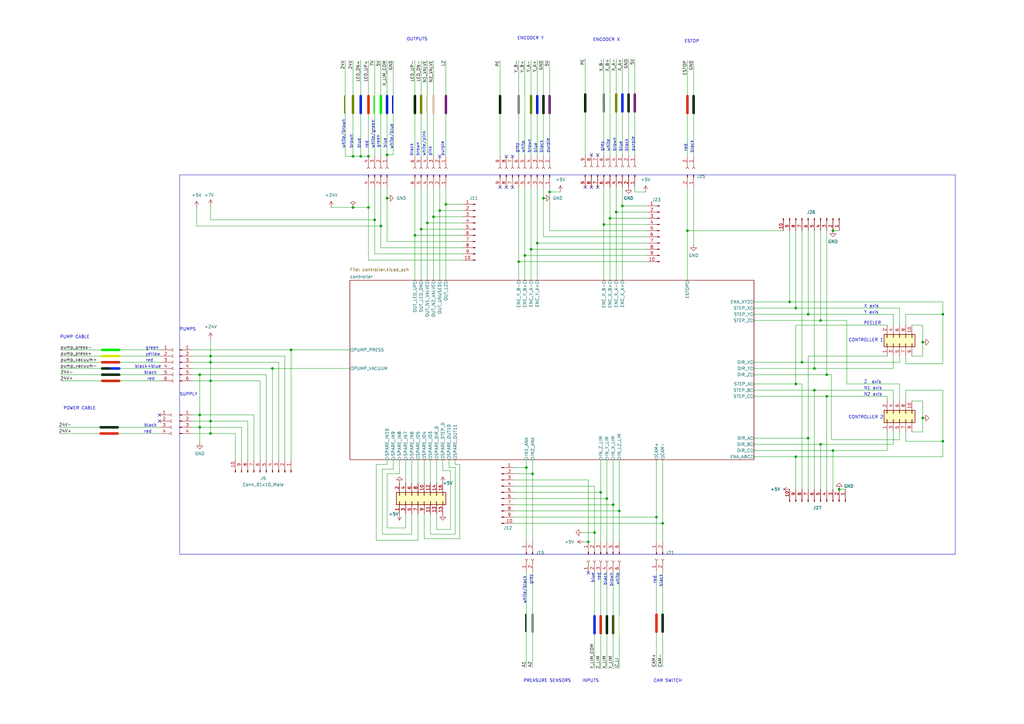
<source format=kicad_sch>
(kicad_sch (version 20211123) (generator eeschema)
  (paper "A3")
  (junction (at 225.425 78.74))
  (junction (at 151.13 64.135))
  (junction (at 341.63 184.785))
  (junction (at 86.36 146.05))
  (junction (at 386.715 180.975))
  (junction (at 252.73 86.995))
  (junction (at 175.26 91.44))
  (junction (at 144.78 64.135))
  (junction (at 156.21 92.71))
  (junction (at 339.09 153.67))
  (junction (at 323.85 123.825))
  (junction (at 248.92 204.47))
  (junction (at 215.9 191.77))
  (junction (at 81.915 153.67))
  (junction (at 334.01 160.02))
  (junction (at 328.93 148.59))
  (junction (at 151.13 85.09))
  (junction (at 147.955 64.135))
  (junction (at 271.78 214.63))
  (junction (at 153.67 90.17))
  (junction (at 81.915 175.26))
  (junction (at 378.46 171.45))
  (junction (at 326.39 187.325))
  (junction (at 81.915 170.18))
  (junction (at 344.17 200.66))
  (junction (at 334.01 151.13))
  (junction (at 269.24 212.09))
  (junction (at 341.63 94.615))
  (junction (at 378.46 140.335))
  (junction (at 331.47 128.905))
  (junction (at 182.88 83.82))
  (junction (at 119.38 143.51))
  (junction (at 177.8 88.9))
  (junction (at 254 209.55))
  (junction (at 86.36 177.8))
  (junction (at 246.38 201.93))
  (junction (at 331.47 179.705))
  (junction (at 158.75 81.28))
  (junction (at 86.36 148.59))
  (junction (at 170.18 96.52))
  (junction (at 86.36 172.72))
  (junction (at 241.3 222.25))
  (junction (at 218.44 194.31))
  (junction (at 386.715 128.905))
  (junction (at 326.39 157.48))
  (junction (at 247.65 92.075))
  (junction (at 111.76 151.13))
  (junction (at 339.09 162.56))
  (junction (at 336.55 131.445))
  (junction (at 158.75 63.5))
  (junction (at 281.94 94.615))
  (junction (at 222.885 81.28))
  (junction (at 144.78 85.09))
  (junction (at 86.36 156.21))
  (junction (at 336.55 182.245))
  (junction (at 172.72 93.98))
  (junction (at 212.725 107.315))
  (junction (at 220.345 99.695))
  (junction (at 180.34 86.36))
  (junction (at 251.46 207.01))
  (junction (at 250.19 89.535))
  (junction (at 215.265 104.775))
  (junction (at 326.39 126.365))
  (junction (at 243.84 218.44))
  (junction (at 255.27 84.455))
  (junction (at 217.805 102.235))
  (no_connect (at 241.3 234.95))
  (no_connect (at 180.34 64.135))
  (no_connect (at 205.105 76.835))
  (no_connect (at 245.11 76.835))
  (no_connect (at 242.57 76.835))
  (no_connect (at 240.03 76.835))
  (no_connect (at 210.185 76.835))
  (no_connect (at 207.645 76.835))
  (no_connect (at 242.57 63.5))
  (no_connect (at 245.11 63.5))
  (no_connect (at 65.405 172.72))
  (no_connect (at 65.405 170.18))
  (no_connect (at 210.185 64.135))
  (no_connect (at 207.645 64.135))
  (wire (pts (xy 309.245 184.785) (xy 341.63 184.785)))
  (polyline (pts (xy 216.281 251.968) (xy 216.281 258.953)) (stroke (width 0.5) (type solid) (color 255 255 255 1)))
  (wire (pts (xy 252.73 86.995) (xy 265.43 86.995)))
  (wire (pts (xy 339.09 162.56) (xy 339.09 200.66)))
  (wire (pts (xy 269.24 273.685) (xy 269.24 234.315)))
  (polyline (pts (xy 41.91 151.13) (xy 45.085 151.13)) (stroke (width 1) (type solid) (color 0 0 0 1)))
  (polyline (pts (xy 260.35 45.72) (xy 260.35 38.735)) (stroke (width 1) (type solid) (color 128 0 128 1)))
  (wire (pts (xy 220.345 76.835) (xy 220.345 99.695)))
  (wire (pts (xy 215.265 76.835) (xy 215.265 104.775)))
  (wire (pts (xy 271.78 273.685) (xy 271.78 234.315)))
  (wire (pts (xy 281.94 76.835) (xy 281.94 94.615)))
  (wire (pts (xy 386.715 180.975) (xy 371.475 180.975)))
  (wire (pts (xy 222.885 81.28) (xy 222.885 97.155)))
  (wire (pts (xy 172.72 93.98) (xy 172.72 114.935)))
  (wire (pts (xy 210.82 212.09) (xy 269.24 212.09)))
  (wire (pts (xy 222.885 81.28) (xy 222.885 76.835)))
  (wire (pts (xy 371.475 164.465) (xy 371.475 160.02)))
  (wire (pts (xy 341.63 184.785) (xy 341.63 200.66)))
  (wire (pts (xy 176.53 188.595) (xy 176.53 198.12)))
  (wire (pts (xy 243.84 274.32) (xy 243.84 234.95)))
  (wire (pts (xy 248.92 204.47) (xy 248.92 222.25)))
  (wire (pts (xy 251.46 207.01) (xy 251.46 222.25)))
  (wire (pts (xy 309.245 123.825) (xy 323.85 123.825)))
  (wire (pts (xy 225.425 24.765) (xy 225.425 64.135)))
  (polyline (pts (xy 271.78 252.095) (xy 271.78 259.08)) (stroke (width 1) (type solid) (color 0 0 0 1)))
  (wire (pts (xy 340.995 180.34) (xy 340.995 153.67)))
  (wire (pts (xy 331.47 146.05) (xy 331.47 179.705)))
  (wire (pts (xy 326.39 94.615) (xy 326.39 126.365)))
  (polyline (pts (xy 217.805 46.355) (xy 217.805 39.37)) (stroke (width 1) (type solid) (color 132 132 0 1)))
  (wire (pts (xy 78.74 177.8) (xy 86.36 177.8)))
  (wire (pts (xy 181.61 193.04) (xy 184.785 193.04)))
  (wire (pts (xy 254 188.595) (xy 254 209.55)))
  (wire (pts (xy 78.74 172.72) (xy 86.36 172.72)))
  (wire (pts (xy 328.93 200.66) (xy 328.93 157.48)))
  (wire (pts (xy 309.245 128.905) (xy 331.47 128.905)))
  (wire (pts (xy 344.17 200.66) (xy 346.71 200.66)))
  (polyline (pts (xy 141.859 39.37) (xy 141.859 46.355)) (stroke (width 0.5) (type solid) (color 255 255 255 1)))
  (wire (pts (xy 86.36 148.59) (xy 86.36 156.21)))
  (wire (pts (xy 109.22 153.67) (xy 109.22 188.595)))
  (polyline (pts (xy 243.84 252.73) (xy 243.84 259.715)) (stroke (width 1) (type solid) (color 0 0 255 1)))
  (wire (pts (xy 156.845 219.075) (xy 168.91 219.075)))
  (wire (pts (xy 386.715 128.905) (xy 386.715 149.225)))
  (wire (pts (xy 171.45 188.595) (xy 171.45 198.12)))
  (wire (pts (xy 170.18 76.835) (xy 170.18 96.52)))
  (wire (pts (xy 336.55 182.245) (xy 366.395 182.245)))
  (wire (pts (xy 147.955 64.135) (xy 151.13 64.135)))
  (wire (pts (xy 220.345 99.695) (xy 265.43 99.695)))
  (wire (pts (xy 368.935 177.165) (xy 368.935 180.34)))
  (wire (pts (xy 247.65 76.835) (xy 247.65 92.075)))
  (polyline (pts (xy 205.105 46.355) (xy 205.105 39.37)) (stroke (width 1) (type solid) (color 0 0 0 1)))
  (wire (pts (xy 182.88 83.82) (xy 189.865 83.82)))
  (wire (pts (xy 260.35 76.835) (xy 260.35 78.74)))
  (wire (pts (xy 163.83 194.31) (xy 158.75 194.31)))
  (wire (pts (xy 215.265 104.775) (xy 265.43 104.775)))
  (wire (pts (xy 260.35 78.74) (xy 264.795 78.74)))
  (wire (pts (xy 180.34 86.36) (xy 189.865 86.36)))
  (wire (pts (xy 158.75 63.5) (xy 158.75 64.135)))
  (wire (pts (xy 309.245 187.325) (xy 326.39 187.325)))
  (polyline (pts (xy 73.66 71.755) (xy 73.66 227.33)) (stroke (width 0) (type solid)))
  (wire (pts (xy 210.82 214.63) (xy 271.78 214.63)))
  (wire (pts (xy 309.245 182.245) (xy 336.55 182.245)))
  (wire (pts (xy 215.9 191.77) (xy 215.9 222.25)))
  (wire (pts (xy 281.94 24.765) (xy 281.94 64.135)))
  (wire (pts (xy 144.78 24.765) (xy 144.78 64.135)))
  (wire (pts (xy 371.475 149.225) (xy 371.475 146.05)))
  (wire (pts (xy 218.44 188.595) (xy 218.44 194.31)))
  (wire (pts (xy 168.91 219.075) (xy 168.91 210.82)))
  (wire (pts (xy 326.39 187.325) (xy 326.39 200.66)))
  (wire (pts (xy 104.14 170.18) (xy 104.14 188.595)))
  (polyline (pts (xy 284.48 46.355) (xy 284.48 39.37)) (stroke (width 1) (type solid) (color 0 0 0 1)))
  (wire (pts (xy 210.82 207.01) (xy 251.46 207.01)))
  (wire (pts (xy 238.76 218.44) (xy 243.84 218.44)))
  (wire (pts (xy 212.725 76.835) (xy 212.725 107.315)))
  (polyline (pts (xy 144.78 46.355) (xy 144.78 39.37)) (stroke (width 1) (type solid) (color 132 132 0 1)))
  (wire (pts (xy 175.26 24.765) (xy 175.26 64.135)))
  (wire (pts (xy 179.07 188.595) (xy 179.07 198.12)))
  (polyline (pts (xy 269.24 252.095) (xy 269.24 259.08)) (stroke (width 1) (type solid) (color 255 0 0 1)))
  (wire (pts (xy 86.36 177.8) (xy 96.52 177.8)))
  (wire (pts (xy 217.805 24.765) (xy 217.805 64.135)))
  (wire (pts (xy 177.8 76.835) (xy 177.8 88.9)))
  (wire (pts (xy 284.48 24.765) (xy 284.48 64.135)))
  (wire (pts (xy 250.19 76.835) (xy 250.19 89.535)))
  (wire (pts (xy 81.915 153.67) (xy 81.915 170.18)))
  (wire (pts (xy 326.39 133.35) (xy 326.39 157.48)))
  (wire (pts (xy 176.53 219.075) (xy 176.53 210.82)))
  (wire (pts (xy 141.605 64.135) (xy 144.78 64.135)))
  (wire (pts (xy 135.89 85.09) (xy 144.78 85.09)))
  (wire (pts (xy 172.72 76.835) (xy 172.72 93.98)))
  (polyline (pts (xy 250.19 45.72) (xy 250.19 38.735)) (stroke (width 1) (type solid) (color 255 255 255 1)))
  (wire (pts (xy 386.715 149.225) (xy 371.475 149.225)))
  (wire (pts (xy 179.07 217.17) (xy 179.07 210.82)))
  (wire (pts (xy 247.65 92.075) (xy 247.65 114.935)))
  (wire (pts (xy 248.92 188.595) (xy 248.92 204.47)))
  (polyline (pts (xy 215.265 46.355) (xy 215.265 39.37)) (stroke (width 1) (type solid) (color 255 255 255 1)))
  (wire (pts (xy 374.015 133.35) (xy 378.46 133.35)))
  (wire (pts (xy 86.36 84.455) (xy 86.36 90.17)))
  (wire (pts (xy 170.18 96.52) (xy 170.18 114.935)))
  (wire (pts (xy 331.47 94.615) (xy 331.47 128.905)))
  (wire (pts (xy 309.245 126.365) (xy 326.39 126.365)))
  (wire (pts (xy 339.09 153.67) (xy 340.995 153.67)))
  (wire (pts (xy 366.395 146.05) (xy 366.395 151.13)))
  (wire (pts (xy 225.425 76.835) (xy 225.425 78.74)))
  (wire (pts (xy 334.01 200.66) (xy 334.01 160.02)))
  (polyline (pts (xy 41.275 177.8) (xy 48.26 177.8)) (stroke (width 1) (type solid) (color 255 0 0 1)))
  (polyline (pts (xy 156.21 46.355) (xy 156.21 39.37)) (stroke (width 1) (type solid) (color 0 255 0 1)))
  (wire (pts (xy 386.715 128.905) (xy 386.715 123.825)))
  (wire (pts (xy 182.88 76.835) (xy 182.88 83.82)))
  (wire (pts (xy 340.995 180.34) (xy 368.935 180.34)))
  (polyline (pts (xy 251.46 252.73) (xy 251.46 259.715)) (stroke (width 1) (type solid) (color 72 72 0 1)))
  (wire (pts (xy 247.65 24.13) (xy 247.65 63.5)))
  (wire (pts (xy 281.94 94.615) (xy 321.31 94.615)))
  (wire (pts (xy 378.46 177.165) (xy 374.015 177.165)))
  (wire (pts (xy 78.74 156.21) (xy 86.36 156.21)))
  (wire (pts (xy 171.45 221.615) (xy 171.45 210.82)))
  (wire (pts (xy 210.82 201.93) (xy 246.38 201.93)))
  (wire (pts (xy 225.425 78.74) (xy 229.87 78.74)))
  (wire (pts (xy 371.475 128.905) (xy 386.715 128.905)))
  (wire (pts (xy 222.885 24.765) (xy 222.885 64.135)))
  (wire (pts (xy 158.75 63.5) (xy 161.29 63.5)))
  (polyline (pts (xy 281.94 46.355) (xy 281.94 39.37)) (stroke (width 1) (type solid) (color 255 0 0 1)))
  (wire (pts (xy 252.73 86.995) (xy 252.73 114.935)))
  (wire (pts (xy 111.76 151.13) (xy 143.51 151.13)))
  (wire (pts (xy 86.36 146.05) (xy 116.84 146.05)))
  (wire (pts (xy 78.74 153.67) (xy 81.915 153.67)))
  (polyline (pts (xy 41.91 153.67) (xy 48.895 153.67)) (stroke (width 1) (type solid) (color 0 0 0 1)))
  (wire (pts (xy 177.8 88.9) (xy 177.8 114.935)))
  (wire (pts (xy 323.85 94.615) (xy 323.85 123.825)))
  (wire (pts (xy 250.19 24.13) (xy 250.19 63.5)))
  (wire (pts (xy 252.73 24.13) (xy 252.73 63.5)))
  (wire (pts (xy 153.67 90.17) (xy 153.67 104.14)))
  (wire (pts (xy 158.75 81.28) (xy 158.75 99.06)))
  (wire (pts (xy 339.09 162.56) (xy 363.855 162.56)))
  (wire (pts (xy 326.39 187.325) (xy 386.715 187.325)))
  (wire (pts (xy 336.55 94.615) (xy 336.55 131.445)))
  (wire (pts (xy 210.82 209.55) (xy 254 209.55)))
  (wire (pts (xy 173.99 220.98) (xy 173.99 210.82)))
  (wire (pts (xy 186.69 188.595) (xy 186.69 190.5)))
  (polyline (pts (xy 240.03 45.72) (xy 240.03 38.735)) (stroke (width 1) (type solid) (color 0 0 0 1)))
  (wire (pts (xy 153.67 24.765) (xy 153.67 64.135)))
  (wire (pts (xy 153.67 76.835) (xy 153.67 90.17)))
  (wire (pts (xy 368.935 146.05) (xy 368.935 148.59)))
  (wire (pts (xy 156.845 192.405) (xy 156.845 219.075)))
  (polyline (pts (xy 161.671 39.37) (xy 161.671 46.355)) (stroke (width 0.5) (type solid) (color 255 255 255 1)))
  (polyline (pts (xy 212.725 46.355) (xy 212.725 39.37)) (stroke (width 1) (type solid) (color 132 132 132 1)))
  (wire (pts (xy 366.395 177.165) (xy 366.395 182.245)))
  (wire (pts (xy 24.765 146.05) (xy 66.04 146.05)))
  (wire (pts (xy 158.75 24.765) (xy 158.75 63.5)))
  (polyline (pts (xy 220.345 46.355) (xy 220.345 39.37)) (stroke (width 1) (type solid) (color 0 0 255 1)))
  (polyline (pts (xy 391.795 227.33) (xy 73.66 227.33)) (stroke (width 0) (type solid)))
  (wire (pts (xy 225.425 94.615) (xy 265.43 94.615)))
  (wire (pts (xy 386.715 187.325) (xy 386.715 180.975)))
  (wire (pts (xy 180.34 76.835) (xy 180.34 86.36)))
  (wire (pts (xy 250.19 89.535) (xy 250.19 114.935)))
  (wire (pts (xy 188.595 190.5) (xy 188.595 220.98)))
  (wire (pts (xy 215.9 188.595) (xy 215.9 191.77)))
  (wire (pts (xy 368.935 133.35) (xy 368.935 126.365)))
  (wire (pts (xy 378.46 171.45) (xy 378.46 177.165)))
  (wire (pts (xy 158.75 81.28) (xy 158.75 76.835)))
  (polyline (pts (xy 147.955 46.355) (xy 147.955 39.37)) (stroke (width 1) (type solid) (color 0 0 255 1)))
  (wire (pts (xy 210.82 194.31) (xy 218.44 194.31)))
  (wire (pts (xy 161.29 192.405) (xy 156.845 192.405)))
  (wire (pts (xy 181.61 188.595) (xy 181.61 193.04)))
  (polyline (pts (xy 246.38 252.73) (xy 246.38 259.715)) (stroke (width 1) (type solid) (color 255 0 0 1)))
  (wire (pts (xy 347.345 131.445) (xy 347.345 157.48)))
  (wire (pts (xy 81.915 170.18) (xy 104.14 170.18)))
  (wire (pts (xy 284.48 76.835) (xy 284.48 100.33)))
  (wire (pts (xy 96.52 177.8) (xy 96.52 188.595)))
  (wire (pts (xy 81.915 153.67) (xy 109.22 153.67)))
  (wire (pts (xy 217.805 102.235) (xy 217.805 114.935)))
  (wire (pts (xy 366.395 133.35) (xy 366.395 128.905)))
  (wire (pts (xy 119.38 143.51) (xy 119.38 188.595)))
  (wire (pts (xy 378.46 133.35) (xy 378.46 140.335)))
  (wire (pts (xy 363.855 164.465) (xy 363.855 162.56)))
  (wire (pts (xy 24.765 143.51) (xy 66.04 143.51)))
  (wire (pts (xy 368.935 164.465) (xy 368.935 157.48)))
  (wire (pts (xy 248.92 274.32) (xy 248.92 234.95)))
  (wire (pts (xy 114.3 148.59) (xy 114.3 188.595)))
  (wire (pts (xy 161.29 188.595) (xy 161.29 192.405)))
  (wire (pts (xy 328.93 94.615) (xy 328.93 148.59)))
  (wire (pts (xy 106.68 156.21) (xy 106.68 188.595)))
  (wire (pts (xy 260.35 24.13) (xy 260.35 63.5)))
  (wire (pts (xy 212.725 24.765) (xy 212.725 64.135)))
  (wire (pts (xy 374.015 164.465) (xy 378.46 164.465)))
  (polyline (pts (xy 252.73 45.72) (xy 252.73 38.735)) (stroke (width 1) (type solid) (color 132 132 0 1)))
  (wire (pts (xy 144.78 64.135) (xy 147.955 64.135)))
  (wire (pts (xy 86.36 148.59) (xy 114.3 148.59)))
  (polyline (pts (xy 153.416 46.355) (xy 153.416 39.37)) (stroke (width 0.5) (type solid) (color 0 255 0 1)))
  (wire (pts (xy 184.15 188.595) (xy 184.15 191.77)))
  (wire (pts (xy 254 234.95) (xy 254 274.32)))
  (polyline (pts (xy 153.924 39.37) (xy 153.924 46.355)) (stroke (width 0.5) (type solid) (color 255 255 255 1)))
  (wire (pts (xy 166.37 216.535) (xy 166.37 210.82)))
  (wire (pts (xy 215.265 24.765) (xy 215.265 64.135)))
  (wire (pts (xy 250.19 89.535) (xy 265.43 89.535)))
  (polyline (pts (xy 248.92 252.73) (xy 248.92 259.715)) (stroke (width 1) (type solid) (color 0 0 0 1)))
  (wire (pts (xy 170.18 64.135) (xy 170.18 24.765)))
  (wire (pts (xy 156.21 76.835) (xy 156.21 92.71)))
  (wire (pts (xy 175.26 91.44) (xy 175.26 114.935)))
  (wire (pts (xy 309.245 148.59) (xy 328.93 148.59)))
  (wire (pts (xy 182.88 83.82) (xy 182.88 114.935)))
  (polyline (pts (xy 175.006 46.355) (xy 175.006 39.37)) (stroke (width 0.5) (type solid) (color 255 192 203 1)))
  (wire (pts (xy 328.93 148.59) (xy 368.935 148.59)))
  (polyline (pts (xy 222.885 46.355) (xy 222.885 39.37)) (stroke (width 1) (type solid) (color 0 0 0 1)))
  (polyline (pts (xy 170.18 46.355) (xy 170.18 39.37)) (stroke (width 1) (type solid) (color 0 0 0 1)))
  (wire (pts (xy 154.305 190.5) (xy 154.305 221.615)))
  (wire (pts (xy 212.725 107.315) (xy 265.43 107.315)))
  (wire (pts (xy 255.27 84.455) (xy 255.27 114.935)))
  (wire (pts (xy 271.78 214.63) (xy 271.78 222.25)))
  (polyline (pts (xy 177.8 46.355) (xy 177.8 39.37)) (stroke (width 1) (type solid) (color 255 192 203 1)))
  (wire (pts (xy 331.47 200.66) (xy 331.47 179.705)))
  (wire (pts (xy 371.475 133.35) (xy 371.475 128.905)))
  (wire (pts (xy 78.74 151.13) (xy 111.76 151.13)))
  (wire (pts (xy 341.63 94.615) (xy 344.17 94.615)))
  (wire (pts (xy 182.88 24.765) (xy 182.88 64.135)))
  (polyline (pts (xy 141.351 46.355) (xy 141.351 39.37)) (stroke (width 0.5) (type solid) (color 132 132 0 1)))
  (wire (pts (xy 78.74 148.59) (xy 86.36 148.59)))
  (wire (pts (xy 215.9 273.685) (xy 215.9 234.315)))
  (wire (pts (xy 119.38 143.51) (xy 143.51 143.51)))
  (wire (pts (xy 378.46 164.465) (xy 378.46 171.45)))
  (wire (pts (xy 378.46 140.335) (xy 378.46 146.05)))
  (wire (pts (xy 336.55 182.245) (xy 336.55 200.66)))
  (wire (pts (xy 78.74 175.26) (xy 81.915 175.26)))
  (wire (pts (xy 254 209.55) (xy 254 222.25)))
  (wire (pts (xy 86.36 90.17) (xy 153.67 90.17)))
  (wire (pts (xy 154.305 221.615) (xy 171.45 221.615)))
  (wire (pts (xy 184.785 217.17) (xy 179.07 217.17)))
  (wire (pts (xy 144.78 85.09) (xy 151.13 85.09)))
  (polyline (pts (xy 255.27 45.72) (xy 255.27 38.735)) (stroke (width 1) (type solid) (color 0 0 255 1)))
  (wire (pts (xy 257.81 24.13) (xy 257.81 63.5)))
  (wire (pts (xy 309.245 153.67) (xy 339.09 153.67)))
  (wire (pts (xy 218.44 194.31) (xy 218.44 222.25)))
  (wire (pts (xy 255.27 24.13) (xy 255.27 63.5)))
  (polyline (pts (xy 257.81 45.72) (xy 257.81 38.735)) (stroke (width 1) (type solid) (color 0 0 0 1)))
  (wire (pts (xy 86.36 146.05) (xy 86.36 148.59)))
  (wire (pts (xy 156.21 92.71) (xy 156.21 101.6)))
  (polyline (pts (xy 73.66 71.755) (xy 391.795 71.755)) (stroke (width 0) (type solid)))
  (wire (pts (xy 86.36 172.72) (xy 86.36 177.8)))
  (polyline (pts (xy 215.646 258.953) (xy 215.646 251.968)) (stroke (width 0.5) (type solid) (color 0 0 0 1)))
  (wire (pts (xy 81.915 170.18) (xy 81.915 175.26)))
  (wire (pts (xy 158.75 190.5) (xy 154.305 190.5)))
  (wire (pts (xy 158.75 216.535) (xy 166.37 216.535)))
  (wire (pts (xy 336.55 131.445) (xy 347.345 131.445)))
  (wire (pts (xy 243.84 218.44) (xy 243.84 222.25)))
  (wire (pts (xy 177.8 24.765) (xy 177.8 64.135)))
  (polyline (pts (xy 151.13 46.355) (xy 151.13 39.37)) (stroke (width 1) (type solid) (color 255 0 0 1)))
  (wire (pts (xy 217.805 102.235) (xy 265.43 102.235)))
  (wire (pts (xy 163.83 188.595) (xy 163.83 194.31)))
  (wire (pts (xy 172.72 93.98) (xy 189.865 93.98)))
  (wire (pts (xy 334.01 94.615) (xy 334.01 151.13)))
  (wire (pts (xy 246.38 201.93) (xy 246.38 222.25)))
  (wire (pts (xy 251.46 274.32) (xy 251.46 234.95)))
  (wire (pts (xy 218.44 273.685) (xy 218.44 234.315)))
  (wire (pts (xy 246.38 188.595) (xy 246.38 201.93)))
  (wire (pts (xy 363.855 133.35) (xy 326.39 133.35)))
  (wire (pts (xy 255.27 76.835) (xy 255.27 84.455)))
  (wire (pts (xy 78.74 170.18) (xy 81.915 170.18)))
  (wire (pts (xy 210.82 191.77) (xy 215.9 191.77)))
  (wire (pts (xy 168.91 188.595) (xy 168.91 198.12)))
  (wire (pts (xy 363.855 177.165) (xy 363.855 184.785)))
  (wire (pts (xy 170.18 96.52) (xy 189.865 96.52)))
  (wire (pts (xy 156.21 24.765) (xy 156.21 64.135)))
  (wire (pts (xy 386.715 160.02) (xy 386.715 180.975)))
  (polyline (pts (xy 218.44 252.095) (xy 218.44 259.08)) (stroke (width 1) (type solid) (color 132 132 132 1)))
  (wire (pts (xy 334.01 160.02) (xy 366.395 160.02)))
  (wire (pts (xy 309.245 151.13) (xy 334.01 151.13)))
  (wire (pts (xy 81.915 175.26) (xy 81.915 181.61)))
  (wire (pts (xy 215.265 104.775) (xy 215.265 114.935)))
  (wire (pts (xy 339.09 94.615) (xy 339.09 153.67)))
  (wire (pts (xy 86.36 172.72) (xy 101.6 172.72)))
  (wire (pts (xy 101.6 172.72) (xy 101.6 188.595)))
  (wire (pts (xy 24.765 156.21) (xy 66.04 156.21)))
  (polyline (pts (xy 161.036 46.355) (xy 161.036 39.37)) (stroke (width 0.5) (type solid) (color 0 0 255 1)))
  (wire (pts (xy 281.94 94.615) (xy 281.94 114.935)))
  (wire (pts (xy 309.245 160.02) (xy 334.01 160.02)))
  (wire (pts (xy 186.69 190.5) (xy 188.595 190.5)))
  (wire (pts (xy 246.38 274.32) (xy 246.38 234.95)))
  (wire (pts (xy 222.885 97.155) (xy 265.43 97.155)))
  (wire (pts (xy 158.75 194.31) (xy 158.75 216.535)))
  (wire (pts (xy 161.29 24.765) (xy 161.29 63.5)))
  (wire (pts (xy 24.13 175.26) (xy 65.405 175.26)))
  (wire (pts (xy 86.36 156.21) (xy 86.36 172.72)))
  (wire (pts (xy 188.595 220.98) (xy 173.99 220.98)))
  (wire (pts (xy 24.13 177.8) (xy 65.405 177.8)))
  (wire (pts (xy 347.345 157.48) (xy 368.935 157.48)))
  (wire (pts (xy 116.84 188.595) (xy 116.84 146.05)))
  (wire (pts (xy 78.74 146.05) (xy 86.36 146.05)))
  (wire (pts (xy 141.605 24.765) (xy 141.605 64.135)))
  (wire (pts (xy 309.245 157.48) (xy 326.39 157.48)))
  (polyline (pts (xy 45.72 151.13) (xy 48.895 151.13)) (stroke (width 1) (type solid) (color 0 0 255 1)))
  (wire (pts (xy 210.82 204.47) (xy 248.92 204.47)))
  (wire (pts (xy 147.955 24.765) (xy 147.955 64.135)))
  (wire (pts (xy 240.03 24.13) (xy 240.03 63.5)))
  (polyline (pts (xy 182.88 46.355) (xy 182.88 39.37)) (stroke (width 1) (type solid) (color 128 0 128 1)))
  (polyline (pts (xy 391.795 71.755) (xy 391.795 227.33)) (stroke (width 0) (type solid)))
  (wire (pts (xy 371.475 160.02) (xy 386.715 160.02)))
  (wire (pts (xy 173.99 188.595) (xy 173.99 198.12)))
  (wire (pts (xy 80.645 85.09) (xy 80.645 92.71)))
  (wire (pts (xy 269.24 188.595) (xy 269.24 212.09)))
  (wire (pts (xy 172.72 24.765) (xy 172.72 64.135)))
  (wire (pts (xy 156.21 101.6) (xy 189.865 101.6)))
  (wire (pts (xy 175.26 91.44) (xy 189.865 91.44)))
  (polyline (pts (xy 41.275 175.26) (xy 48.26 175.26)) (stroke (width 1) (type solid) (color 0 0 0 1)))
  (wire (pts (xy 24.765 148.59) (xy 66.04 148.59)))
  (wire (pts (xy 243.84 199.39) (xy 243.84 218.44)))
  (wire (pts (xy 186.69 191.77) (xy 186.69 219.075)))
  (wire (pts (xy 210.82 199.39) (xy 243.84 199.39)))
  (polyline (pts (xy 172.72 46.355) (xy 172.72 39.37)) (stroke (width 1) (type solid) (color 132 132 0 1)))
  (wire (pts (xy 24.765 151.13) (xy 66.04 151.13)))
  (wire (pts (xy 366.395 164.465) (xy 366.395 160.02)))
  (wire (pts (xy 323.85 123.825) (xy 386.715 123.825)))
  (wire (pts (xy 212.725 107.315) (xy 212.725 114.935)))
  (wire (pts (xy 151.13 24.765) (xy 151.13 64.135)))
  (polyline (pts (xy 175.514 39.37) (xy 175.514 46.355)) (stroke (width 0.5) (type solid) (color 255 255 255 1)))
  (wire (pts (xy 186.69 219.075) (xy 176.53 219.075)))
  (wire (pts (xy 78.74 143.51) (xy 119.38 143.51)))
  (polyline (pts (xy 225.425 46.355) (xy 225.425 39.37)) (stroke (width 1) (type solid) (color 128 0 128 1)))
  (wire (pts (xy 363.855 146.05) (xy 331.47 146.05)))
  (wire (pts (xy 271.78 188.595) (xy 271.78 214.63)))
  (wire (pts (xy 366.395 151.13) (xy 334.01 151.13)))
  (wire (pts (xy 177.8 88.9) (xy 189.865 88.9)))
  (wire (pts (xy 225.425 78.74) (xy 225.425 94.615)))
  (polyline (pts (xy 41.91 148.59) (xy 48.895 148.59)) (stroke (width 1) (type solid) (color 255 0 0 1)))
  (polyline (pts (xy 41.91 156.21) (xy 48.895 156.21)) (stroke (width 1) (type solid) (color 255 0 0 1)))
  (wire (pts (xy 341.63 184.785) (xy 363.855 184.785)))
  (wire (pts (xy 326.39 126.365) (xy 368.935 126.365)))
  (wire (pts (xy 269.24 212.09) (xy 269.24 222.25)))
  (wire (pts (xy 241.3 196.85) (xy 241.3 222.25)))
  (wire (pts (xy 184.15 191.77) (xy 186.69 191.77)))
  (wire (pts (xy 80.645 92.71) (xy 156.21 92.71)))
  (wire (pts (xy 247.65 92.075) (xy 265.43 92.075)))
  (polyline (pts (xy 41.91 146.05) (xy 48.895 146.05)) (stroke (width 1) (type solid) (color 255 255 0 1)))
  (wire (pts (xy 210.82 196.85) (xy 241.3 196.85)))
  (wire (pts (xy 86.36 139.065) (xy 86.36 146.05)))
  (polyline (pts (xy 41.91 143.51) (xy 48.895 143.51)) (stroke (width 1) (type solid) (color 0 255 0 1)))
  (wire (pts (xy 331.47 128.905) (xy 366.395 128.905)))
  (wire (pts (xy 151.13 106.68) (xy 189.865 106.68)))
  (wire (pts (xy 328.93 157.48) (xy 326.39 157.48)))
  (wire (pts (xy 158.75 99.06) (xy 189.865 99.06)))
  (wire (pts (xy 151.13 85.09) (xy 151.13 106.68)))
  (wire (pts (xy 309.245 131.445) (xy 336.55 131.445)))
  (wire (pts (xy 309.245 179.705) (xy 331.47 179.705)))
  (wire (pts (xy 111.76 188.595) (xy 111.76 151.13)))
  (wire (pts (xy 252.73 76.835) (xy 252.73 86.995)))
  (wire (pts (xy 205.105 24.765) (xy 205.105 64.135)))
  (polyline (pts (xy 247.65 45.72) (xy 247.65 38.735)) (stroke (width 1) (type solid) (color 132 132 132 1)))
  (wire (pts (xy 309.245 162.56) (xy 339.09 162.56)))
  (wire (pts (xy 255.27 84.455) (xy 265.43 84.455)))
  (polyline (pts (xy 254 252.73) (xy 254 259.715)) (stroke (width 1) (type solid) (color 255 255 255 1)))
  (wire (pts (xy 166.37 188.595) (xy 166.37 198.12)))
  (wire (pts (xy 371.475 180.975) (xy 371.475 177.165)))
  (wire (pts (xy 151.13 76.835) (xy 151.13 85.09)))
  (wire (pts (xy 184.785 193.04) (xy 184.785 217.17)))
  (wire (pts (xy 239.395 222.25) (xy 241.3 222.25)))
  (wire (pts (xy 86.36 156.21) (xy 106.68 156.21)))
  (wire (pts (xy 220.345 99.695) (xy 220.345 114.935)))
  (wire (pts (xy 158.75 188.595) (xy 158.75 190.5)))
  (wire (pts (xy 180.34 86.36) (xy 180.34 114.935)))
  (wire (pts (xy 153.67 104.14) (xy 189.865 104.14)))
  (polyline (pts (xy 158.75 46.355) (xy 158.75 39.37)) (stroke (width 1) (type solid) (color 0 0 255 1)))
  (wire (pts (xy 99.06 175.26) (xy 99.06 188.595)))
  (wire (pts (xy 378.46 146.05) (xy 374.015 146.05)))
  (wire (pts (xy 24.765 153.67) (xy 66.04 153.67)))
  (wire (pts (xy 251.46 188.595) (xy 251.46 207.01)))
  (wire (pts (xy 217.805 76.835) (xy 217.805 102.235)))
  (wire (pts (xy 175.26 76.835) (xy 175.26 91.44)))
  (wire (pts (xy 220.345 24.765) (xy 220.345 64.135)))
  (wire (pts (xy 81.915 175.26) (xy 99.06 175.26)))
  (text "Z  axis" (at 354.33 157.48 0) (effects (font (size 1.27 1.27)) (justify left bottom)))
  (text "brown" (at 252.73 62.23 90) (effects (font (size 1.27 1.27)) (justify left bottom)))
  (text "CONTROLLER 1" (at 347.98 140.335 0) (effects (font (size 1.27 1.27)) (justify left bottom)))
  (text "brown" (at 217.805 62.865 90) (effects (font (size 1.27 1.27)) (justify left bottom)))
  (text "Y axis" (at 354.33 128.905 0) (effects (font (size 1.27 1.27)) (justify left bottom)))
  (text "white/pink" (at 174.625 64.135 90) (effects (font (size 1.27 1.27)) (justify left bottom)))
  (text "green" (at 155.829 60.833 90) (effects (font (size 1.27 1.27)) (justify left bottom)))
  (text "N2 axis" (at 354.33 162.56 0) (effects (font (size 1.27 1.27)) (justify left bottom)))
  (text "purple" (at 225.425 62.865 90) (effects (font (size 1.27 1.27)) (justify left bottom)))
  (text "white/black" (at 215.9 236.22 270) (effects (font (size 1.27 1.27)) (justify right bottom)))
  (text "purple" (at 260.35 62.23 90) (effects (font (size 1.27 1.27)) (justify left bottom)))
  (text "black" (at 59.055 175.26 0) (effects (font (size 1.27 1.27)) (justify left bottom)))
  (text "white" (at 254 234.95 270) (effects (font (size 1.27 1.27)) (justify right bottom)))
  (text "red" (at 151.13 60.96 90) (effects (font (size 1.27 1.27)) (justify left bottom)))
  (text "black" (at 257.683 62.23 90) (effects (font (size 1.27 1.27)) (justify left bottom)))
  (text "INPUTS" (at 238.76 280.035 0) (effects (font (size 1.27 1.27)) (justify left bottom)))
  (text "ENCODER Y" (at 212.09 16.51 0) (effects (font (size 1.27 1.27)) (justify left bottom)))
  (text "PREASURE SENSORS" (at 214.63 280.035 0) (effects (font (size 1.27 1.27)) (justify left bottom)))
  (text "blue" (at 158.623 60.833 90) (effects (font (size 1.27 1.27)) (justify left bottom)))
  (text "grey" (at 212.725 62.865 90) (effects (font (size 1.27 1.27)) (justify left bottom)))
  (text "red" (at 60.325 156.21 0) (effects (font (size 1.27 1.27)) (justify left bottom)))
  (text "purple" (at 182.245 64.135 90) (effects (font (size 1.27 1.27)) (justify left bottom)))
  (text "blue" (at 220.345 62.865 90) (effects (font (size 1.27 1.27)) (justify left bottom)))
  (text "X axis" (at 354.33 126.365 0) (effects (font (size 1.27 1.27)) (justify left bottom)))
  (text "grey" (at 247.65 62.23 90) (effects (font (size 1.27 1.27)) (justify left bottom)))
  (text "white/brown" (at 141.605 60.96 90) (effects (font (size 1.27 1.27)) (justify left bottom)))
  (text "N1 axis" (at 354.33 160.02 0) (effects (font (size 1.27 1.27)) (justify left bottom)))
  (text "ESTOP" (at 280.67 17.78 0) (effects (font (size 1.27 1.27)) (justify left bottom)))
  (text "pink" (at 177.165 64.135 90) (effects (font (size 1.27 1.27)) (justify left bottom)))
  (text "POWER CABLE" (at 39.37 168.275 180) (effects (font (size 1.27 1.27)) (justify right bottom)))
  (text "black" (at 284.48 62.865 90) (effects (font (size 1.27 1.27)) (justify left bottom)))
  (text "black+blue" (at 55.245 151.13 0) (effects (font (size 1.27 1.27)) (justify left bottom)))
  (text "black" (at 169.545 64.135 90) (effects (font (size 1.27 1.27)) (justify left bottom)))
  (text "green" (at 59.69 143.51 0) (effects (font (size 1.27 1.27)) (justify left bottom)))
  (text "CAM SWITCH" (at 267.97 280.035 0) (effects (font (size 1.27 1.27)) (justify left bottom)))
  (text "white/blue" (at 161.29 50.8 270) (effects (font (size 1.27 1.27)) (justify right bottom)))
  (text "brown" (at 172.085 64.135 90) (effects (font (size 1.27 1.27)) (justify left bottom)))
  (text "red" (at 281.94 62.23 90) (effects (font (size 1.27 1.27)) (justify left bottom)))
  (text "OUTPUTS" (at 166.751 16.891 0) (effects (font (size 1.27 1.27)) (justify left bottom)))
  (text "ENCODER X" (at 243.205 17.145 0) (effects (font (size 1.27 1.27)) (justify left bottom)))
  (text "CONTROLLER 2" (at 347.98 171.958 0) (effects (font (size 1.27 1.27)) (justify left bottom)))
  (text "yellow" (at 59.69 146.05 0) (effects (font (size 1.27 1.27)) (justify left bottom)))
  (text "white" (at 215.265 62.865 90) (effects (font (size 1.27 1.27)) (justify left bottom)))
  (text "brown" (at 251.46 234.95 270) (effects (font (size 1.27 1.27)) (justify right bottom)))
  (text "red" (at 246.38 234.95 270) (effects (font (size 1.27 1.27)) (justify right bottom)))
  (text "blue" (at 243.84 234.95 270) (effects (font (size 1.27 1.27)) (justify right bottom)))
  (text "white/green" (at 153.67 60.96 90) (effects (font (size 1.27 1.27)) (justify left bottom)))
  (text "brown" (at 144.78 60.96 90) (effects (font (size 1.27 1.27)) (justify left bottom)))
  (text "black" (at 248.92 234.95 270) (effects (font (size 1.27 1.27)) (justify right bottom)))
  (text "blue" (at 255.27 62.23 90) (effects (font (size 1.27 1.27)) (justify left bottom)))
  (text "blue" (at 147.955 60.96 90) (effects (font (size 1.27 1.27)) (justify left bottom)))
  (text "PEELER" (at 361.442 133.35 180) (effects (font (size 1.27 1.27)) (justify right bottom)))
  (text "black" (at 271.78 235.585 270) (effects (font (size 1.27 1.27)) (justify right bottom)))
  (text "red" (at 59.055 177.8 0) (effects (font (size 1.27 1.27)) (justify left bottom)))
  (text "red" (at 59.69 148.59 0) (effects (font (size 1.27 1.27)) (justify left bottom)))
  (text "white" (at 250.19 62.23 90) (effects (font (size 1.27 1.27)) (justify left bottom)))
  (text "black" (at 222.758 62.865 90) (effects (font (size 1.27 1.27)) (justify left bottom)))
  (text "grey" (at 218.44 235.585 270) (effects (font (size 1.27 1.27)) (justify right bottom)))
  (text "PUMP CABLE" (at 36.83 139.065 180) (effects (font (size 1.27 1.27)) (justify right bottom)))
  (text "SUPPLY" (at 73.66 162.56 0) (effects (font (size 1.27 1.27)) (justify left bottom)))
  (text "black" (at 59.055 153.67 0) (effects (font (size 1.27 1.27)) (justify left bottom)))
  (text "PUMPS" (at 73.66 135.89 0) (effects (font (size 1.27 1.27)) (justify left bottom)))
  (text "red" (at 269.24 236.22 270) (effects (font (size 1.27 1.27)) (justify right bottom)))
  (label "Y_LIM_COM" (at 243.84 274.32 90))
  (label "IZ_LI" (at 254 274.32 90))
  (label "pump_press+" (at 24.765 146.05 0))
  (label "7V" (at 153.67 24.765 270))
  (label "ESTOP" (at 281.94 24.765 270))
  (label "LED_DN+" (at 147.955 24.765 270))
  (label "Y_A-" (at 217.805 24.765 270))
  (label "Y_A+" (at 220.345 24.765 270))
  (label "LED_DN-" (at 172.72 24.765 270))
  (label "X_B-" (at 247.65 24.13 270))
  (label "GND" (at 222.885 24.765 270))
  (label "X_A+" (at 255.27 24.13 270))
  (label "Y_B+" (at 215.265 24.765 270))
  (label "CAM+" (at 269.24 273.685 90))
  (label "pump_vacuum+" (at 24.765 148.59 0))
  (label "GND" (at 257.81 24.13 270))
  (label "LED_UP+" (at 151.13 24.765 270))
  (label "pump_press-" (at 24.765 143.51 0))
  (label "N1_VALVE" (at 175.26 24.765 270))
  (label "24V-" (at 24.765 153.67 0))
  (label "24V+" (at 24.765 156.21 0))
  (label "CAM-" (at 271.78 273.685 90))
  (label "X_LIM_COM" (at 158.75 24.765 270))
  (label "X_A-" (at 252.73 24.13 270))
  (label "LZ" (at 182.88 24.765 270))
  (label "5V" (at 156.21 24.765 270))
  (label "A2" (at 218.44 273.685 90))
  (label "24V" (at 141.605 24.765 270))
  (label "5V" (at 225.425 24.765 270))
  (label "A1" (at 215.9 273.685 90))
  (label "24V-" (at 24.13 175.26 0))
  (label "GND" (at 284.48 24.765 270))
  (label "PE" (at 205.105 24.765 270))
  (label "Z_LIM" (at 246.38 274.32 90))
  (label "LED_UP-" (at 170.18 24.765 270))
  (label "X_B+" (at 250.19 24.13 270))
  (label "N2_VALVE" (at 177.8 24.765 270))
  (label "Y_B-" (at 212.725 24.765 270))
  (label "pump_vacuum-" (at 24.765 151.13 0))
  (label "24V+" (at 24.13 177.8 0))
  (label "Y_LIM" (at 251.46 274.32 90))
  (label "24V" (at 144.78 24.765 270))
  (label "GND" (at 161.29 24.765 270))
  (label "5V" (at 260.35 24.13 270))
  (label "X_LIM" (at 248.92 274.32 90))
  (label "PE" (at 240.03 24.13 270))
  (symbol (lib_id "Connector:Conn_01x04_Female") (at 156.21 69.215 270) (unit 1) (in_bom no) (on_board no)
    (property "Reference" "J6" (effects hide))
    (property "Value" "Conn_01x04_Female" (effects hide))
    (property "Footprint" "Connector_JST:JST_VH_B4P-VH-B_1x04_P3.96mm_Vertical" (effects hide))
  )
  (symbol (lib_id "power:GND") (at 257.81 76.835 0) (unit 1)
    (property "Reference" "#PWR015" (effects hide))
    (property "Value" "GND" (at 257.81 81.28 0))
  )
  (symbol (lib_id "Connector_Generic:Conn_02x08_Odd_Even") (at 171.45 205.74 90) (unit 1)
    (property "Reference" "J8" (effects hide))
    (property "Value" "Conn_02x05_Odd_Even" (effects hide))
    (property "Footprint" "Connector_PinHeader_2.54mm:PinHeader_2x08_P2.54mm_Vertical" (effects hide))
  )
  (symbol (lib_id "power:GND") (at 158.75 81.28 90) (unit 1)
    (property "Reference" "#PWR06" (effects hide))
    (property "Value" "GND" (at 162.56 81.2799 90) (effects (justify right)))
  )
  (symbol (lib_id "power:GND") (at 341.63 94.615 0) (unit 1)
    (property "Reference" "#PWR019" (effects hide))
    (property "Value" "GND" (at 341.63 99.06 0))
  )
  (symbol (lib_id "power:+5V") (at 181.61 198.12 0) (unit 1)
    (property "Reference" "#PWR09" (effects hide))
    (property "Value" "+5V" (at 181.61 198.12 0) (effects (justify left)))
  )
  (symbol (lib_id "Connector:Conn_01x04_Female") (at 70.485 172.72 0) (unit 1) (in_bom no) (on_board no)
    (property "Reference" "J1" (effects hide))
    (property "Value" "Conn_01x04_Female" (effects hide))
  )
  (symbol (lib_id "power:GND") (at 284.48 100.33 0) (unit 1)
    (property "Reference" "#PWR017" (effects hide))
    (property "Value" "GND" (at 284.48 104.775 0))
  )
  (symbol (lib_id "power:+5V") (at 229.87 78.74 0) (unit 1)
    (property "Reference" "#PWR012" (effects hide))
    (property "Value" "+5V" (at 229.87 73.66 0))
  )
  (symbol (lib_id "power:+24V") (at 86.36 139.065 0) (unit 1)
    (property "Reference" "#PWR04" (effects hide))
    (property "Value" "+24V" (at 86.36 133.985 0))
  )
  (symbol (lib_id "Connector:Conn_01x02_Female") (at 284.48 69.215 270) (unit 1) (in_bom no) (on_board no)
    (property "Reference" "J24" (effects hide))
    (property "Value" "Conn_01x06_Female" (effects hide))
  )
  (symbol (lib_id "power:GND") (at 238.76 218.44 270) (unit 1)
    (property "Reference" "#PWR013" (effects hide))
    (property "Value" "GND" (effects hide))
  )
  (symbol (lib_id "power:GND") (at 81.915 181.61 0) (unit 1)
    (property "Reference" "#PWR02" (effects hide))
    (property "Value" "GND" (at 81.915 186.055 0))
  )
  (symbol (lib_id "Connector:Conn_01x10_Male") (at 336.55 205.74 270) (mirror x) (unit 1)
    (property "Reference" "J27" (at 335.28 208.28 90))
    (property "Value" "Conn_01x10_Male" (effects hide))
    (property "Footprint" "moje:PhoenixContact_MC-G_10x3.50mm_Angled" (effects hide))
  )
  (symbol (lib_id "power:+24V") (at 135.89 85.09 0) (unit 1)
    (property "Reference" "#PWR05" (effects hide))
    (property "Value" "+24V" (at 135.89 80.01 0))
  )
  (symbol (lib_id "Connector:Conn_01x10_Male") (at 194.945 93.98 0) (mirror y) (unit 1)
    (property "Reference" "J11" (at 194.31 81.28 0))
    (property "Value" "Conn_01x10_Male" (effects hide))
    (property "Footprint" "moje:PhoenixContact_MC-G_10x3.50mm_Angled" (effects hide))
  )
  (symbol (lib_id "Connector:Conn_01x10_Male") (at 334.01 89.535 270) (unit 1)
    (property "Reference" "J26" (at 332.74 86.995 90))
    (property "Value" "Conn_01x10_Male" (effects hide))
    (property "Footprint" "moje:PhoenixContact_MC-G_10x3.50mm_Angled" (effects hide))
  )
  (symbol (lib_id "Connector:Conn_01x06_Female") (at 246.38 229.87 90) (unit 1) (in_bom no) (on_board no)
    (property "Reference" "J18" (effects hide))
    (property "Value" "Conn_01x06_Female" (effects hide))
  )
  (symbol (lib_id "Connector:Conn_01x09_Male") (at 215.265 71.755 270) (unit 1)
    (property "Reference" "J14" (effects hide))
    (property "Value" "Conn_01x09_Male" (effects hide))
    (property "Footprint" "Connector_JST:JST_XH_B9B-XH-A_1x09_P2.50mm_Vertical" (effects hide))
  )
  (symbol (lib_id "power:+5V") (at 239.395 222.25 90) (unit 1)
    (property "Reference" "#PWR014" (effects hide))
    (property "Value" "+5V" (at 235.585 222.2499 90) (effects (justify left)))
  )
  (symbol (lib_id "Connector:Conn_01x09_Male") (at 250.19 71.755 270) (unit 1)
    (property "Reference" "J20" (effects hide))
    (property "Value" "Conn_01x09_Male" (effects hide))
    (property "Footprint" "Connector_JST:JST_XH_B9B-XH-A_1x09_P2.50mm_Vertical" (effects hide))
  )
  (symbol (lib_id "power:+5V") (at 264.795 78.74 0) (unit 1)
    (property "Reference" "#PWR016" (effects hide))
    (property "Value" "+5V" (at 264.795 73.66 0))
  )
  (symbol (lib_id "Connector:Conn_01x09_Female") (at 250.19 68.58 270) (unit 1) (in_bom no) (on_board no)
    (property "Reference" "J19" (effects hide))
    (property "Value" "Conn_01x06_Female" (effects hide))
  )
  (symbol (lib_id "Connector:Conn_01x09_Female") (at 215.265 69.215 270) (unit 1) (in_bom no) (on_board no)
    (property "Reference" "J13" (effects hide))
    (property "Value" "Conn_01x06_Female" (effects hide))
  )
  (symbol (lib_id "Connector:Conn_01x04_Male") (at 156.21 71.755 270) (unit 1)
    (property "Reference" "J7" (effects hide))
    (property "Value" "Conn_01x04_Male" (effects hide))
    (property "Footprint" "Connector_JST:JST_VH_B4P-VH_1x04_P3.96mm_Vertical" (effects hide))
  )
  (symbol (lib_id "power:GND") (at 378.46 171.45 90) (mirror x) (unit 1)
    (property "Reference" "#PWR022" (effects hide))
    (property "Value" "GND" (effects hide))
  )
  (symbol (lib_id "Connector:Conn_01x10_Male") (at 205.74 201.93 0) (unit 1)
    (property "Reference" "J12" (at 208.28 216.535 0))
    (property "Value" "Conn_01x10_Male" (effects hide))
    (property "Footprint" "moje:PhoenixContact_MC-G_10x3.50mm_Angled" (effects hide))
  )
  (symbol (lib_id "Connector:Conn_01x06_Female") (at 177.8 69.215 270) (unit 1) (in_bom no) (on_board no)
    (property "Reference" "J9" (effects hide))
    (property "Value" "Conn_01x06_Female" (effects hide))
  )
  (symbol (lib_id "power:+5V") (at 163.83 210.82 180) (unit 1)
    (property "Reference" "#PWR08" (effects hide))
    (property "Value" "+5V" (at 159.385 210.82 0) (effects (justify right)))
  )
  (symbol (lib_id "power:+5V") (at 80.645 85.09 0) (unit 1)
    (property "Reference" "#PWR01" (effects hide))
    (property "Value" "+5V" (at 80.645 80.01 0))
  )
  (symbol (lib_id "power:GND") (at 378.46 140.335 90) (mirror x) (unit 1)
    (property "Reference" "#PWR021" (effects hide))
    (property "Value" "GND" (effects hide))
  )
  (symbol (lib_id "power:GND") (at 181.61 210.82 0) (unit 1)
    (property "Reference" "#PWR010" (effects hide))
    (property "Value" "GND" (effects hide))
  )
  (symbol (lib_id "Connector:Conn_01x04_Male") (at 73.66 172.72 0) (unit 1)
    (property "Reference" "J4" (effects hide))
    (property "Value" "Conn_01x04_Male" (effects hide))
    (property "Footprint" "Connector_JST:JST_VH_B4P-VH_1x04_P3.96mm_Vertical" (effects hide))
  )
  (symbol (lib_id "power:+5V") (at 323.85 200.66 90) (unit 1)
    (property "Reference" "#PWR018" (effects hide))
    (property "Value" "+5V" (at 320.04 200.6599 90) (effects (justify left)))
  )
  (symbol (lib_id "Connector:Conn_01x02_Male") (at 269.24 227.33 90) (unit 1)
    (property "Reference" "J21" (at 273.05 226.6949 90) (effects (justify right)))
    (property "Value" "Conn_01x02_Male" (effects hide))
    (property "Footprint" "TerminalBlock_Phoenix:TerminalBlock_Phoenix_MKDS-1,5-2-5.08_1x02_P5.08mm_Horizontal" (effects hide))
  )
  (symbol (lib_id "Connector:Conn_01x06_Male") (at 73.66 148.59 0) (unit 1)
    (property "Reference" "J3" (effects hide))
    (property "Value" "Conn_01x06_Male" (effects hide))
    (property "Footprint" "Connector_JST:JST_VH_B6P-VH-B_1x06_P3.96mm_Vertical" (effects hide))
  )
  (symbol (lib_id "Connector_Generic:Conn_02x05_Odd_Even") (at 368.935 172.085 90) (unit 1)
    (property "Reference" "J29" (effects hide))
    (property "Value" "Conn_02x05_Odd_Even" (effects hide))
    (property "Footprint" "Connector_PinHeader_2.54mm:PinHeader_2x05_P2.54mm_Vertical" (effects hide))
  )
  (symbol (lib_id "Connector:Conn_01x06_Male") (at 246.38 227.33 90) (unit 1)
    (property "Reference" "J17" (effects hide))
    (property "Value" "Conn_01x06_Male" (effects hide))
    (property "Footprint" "Connector_JST:JST_XH_B6B-XH-A_1x06_P2.50mm_Vertical" (effects hide))
  )
  (symbol (lib_id "Connector:Conn_01x10_Male") (at 109.22 193.675 270) (mirror x) (unit 1)
    (property "Reference" "J5" (at 107.95 196.215 90))
    (property "Value" "Conn_01x10_Male" (at 107.95 198.755 90))
    (property "Footprint" "moje:PhoenixContact_MC-G_10x3.50mm_Angled" (effects hide))
  )
  (symbol (lib_id "Connector:Conn_01x02_Female") (at 269.24 229.235 90) (unit 1) (in_bom no) (on_board no)
    (property "Reference" "J22" (effects hide))
    (property "Value" "Conn_01x06_Female" (effects hide))
  )
  (symbol (lib_id "power:GND") (at 163.83 198.12 180) (unit 1)
    (property "Reference" "#PWR07" (effects hide))
    (property "Value" "GND" (effects hide))
  )
  (symbol (lib_id "Connector:Conn_01x02_Male") (at 284.48 71.755 270) (unit 1)
    (property "Reference" "J25" (at 285.75 72.3899 90) (effects (justify left)))
    (property "Value" "Conn_01x02_Male" (effects hide))
    (property "Footprint" "Connector_JST:JST_XH_B2B-XH-A_1x02_P2.50mm_Vertical" (effects hide))
  )
  (symbol (lib_id "Connector:Conn_01x02_Male") (at 215.9 227.33 90) (unit 1)
    (property "Reference" "J15" (at 219.71 226.6949 90) (effects (justify right)))
    (property "Value" "Conn_01x02_Male" (effects hide))
    (property "Footprint" "Connector_JST:JST_XH_B2B-XH-A_1x02_P2.50mm_Vertical" (effects hide))
  )
  (symbol (lib_id "Connector:Conn_01x02_Female") (at 215.9 229.235 90) (unit 1) (in_bom no) (on_board no)
    (property "Reference" "J16" (effects hide))
    (property "Value" "Conn_01x06_Female" (effects hide))
  )
  (symbol (lib_id "Connector_Generic:Conn_02x05_Odd_Even") (at 368.935 140.97 90) (unit 1)
    (property "Reference" "J28" (effects hide))
    (property "Value" "Conn_02x05_Odd_Even" (effects hide))
    (property "Footprint" "Connector_PinHeader_2.54mm:PinHeader_2x05_P2.54mm_Vertical" (effects hide))
  )
  (symbol (lib_id "Connector:Conn_01x10_Male") (at 270.51 94.615 0) (mirror y) (unit 1)
    (property "Reference" "J23" (at 269.24 81.915 0))
    (property "Value" "Conn_01x10_Male" (effects hide))
    (property "Footprint" "moje:PhoenixContact_MC-G_10x3.50mm_Angled" (effects hide))
  )
  (symbol (lib_id "+7v:+7V") (at 86.36 84.455 0) (unit 1)
    (property "Reference" "#PWR03" (effects hide))
    (property "Value" "+7V" (at 85.725 80.01 0))
  )
  (symbol (lib_id "power:GND") (at 222.885 81.28 90) (unit 1)
    (property "Reference" "#PWR011" (effects hide))
    (property "Value" "GND" (at 226.695 81.2799 90) (effects (justify right)))
  )
  (symbol (lib_id "power:PWR_FLAG") (at 144.78 85.09 0) (unit 1)
    (property "Reference" "#FLG01" (effects hide))
    (property "Value" "PWR_FLAG" (effects hide))
  )
  (symbol (lib_id "Connector:Conn_01x06_Male") (at 177.8 71.755 270) (unit 1)
    (property "Reference" "J10" (effects hide))
    (property "Value" "Conn_01x06_Male" (effects hide))
    (property "Footprint" "Connector_JST:JST_VH_B6P-VH-B_1x06_P3.96mm_Vertical" (effects hide))
  )
  (symbol (lib_id "Connector:Conn_01x06_Female") (at 71.12 148.59 0) (unit 1) (in_bom no) (on_board no)
    (property "Reference" "J2" (effects hide))
    (property "Value" "Conn_01x06_Female" (effects hide))
  )
  (symbol (lib_id "power:GND") (at 344.17 200.66 180) (unit 1)
    (property "Reference" "#PWR020" (effects hide))
    (property "Value" "GND" (at 346.075 199.3899 0) (effects (justify right)))
  )
  (sheet (at 143.51 114.935) (size 165.735 73.66) (stroke (width 0.1524))
    (property "Sheet name" "controller" (at 143.51 114.2234 0) (effects (justify left bottom)))
    (property "Sheet file" "controller.kicad_sch" (at 143.51 109.855 0) (effects (justify left top)))
    (pin "PUMP_PRESS" output (at 143.51 143.51 180))
    (pin "PUMP_VACUUM" output (at 143.51 151.13 180))
    (pin "OUT_LZ" output (at 182.88 114.935 90))
    (pin "OUT_UNUSED" output (at 180.34 114.935 90))
    (pin "OUT_N2_VALVE" output (at 177.8 114.935 90))
    (pin "OUT_N1_VALVE" output (at 175.26 114.935 90))
    (pin "OUT_LED_DN" output (at 172.72 114.935 90))
    (pin "OUT_LED_UP" output (at 170.18 114.935 90))
    (pin "ENC_Y_A+" output (at 220.345 114.935 90))
    (pin "ENC_Y_B+" output (at 215.265 114.935 90))
    (pin "ENC_Y_A-" output (at 217.805 114.935 90))
    (pin "ENC_Y_B-" output (at 212.725 114.935 90))
    (pin "ENC_X_B+" output (at 250.19 114.935 90))
    (pin "ENC_X_A-" output (at 252.73 114.935 90))
    (pin "ENC_X_A+" output (at 255.27 114.935 90))
    (pin "ENC_X_B-" output (at 247.65 114.935 90))
    (pin "ESTOP" output (at 281.94 114.935 90))
    (pin "IN_Z_LIM" input (at 246.38 188.595 270))
    (pin "IN1_ANA" input (at 215.9 188.595 270))
    (pin "IN2_ANA" input (at 218.44 188.595 270))
    (pin "IN_X_LIM" input (at 251.46 188.595 270))
    (pin "IN_Y_LIM" input (at 248.92 188.595 270))
    (pin "IN_LZ_LIM" input (at 254 188.595 270))
    (pin "STEP_B" output (at 309.245 160.02 0))
    (pin "STEP_A" output (at 309.245 157.48 0))
    (pin "STEP_C" output (at 309.245 162.56 0))
    (pin "STEP_Z" output (at 309.245 131.445 0))
    (pin "STEP_X" output (at 309.245 126.365 0))
    (pin "STEP_Y" output (at 309.245 128.905 0))
    (pin "DIR_Y" output (at 309.245 151.13 0))
    (pin "DIR_A" output (at 309.245 179.705 0))
    (pin "DIR_Z" output (at 309.245 153.67 0))
    (pin "DIR_B" output (at 309.245 182.245 0))
    (pin "DIR_X" output (at 309.245 148.59 0))
    (pin "DIR_C" output (at 309.245 184.785 0))
    (pin "CAM+" output (at 269.24 188.595 270))
    (pin "CAM-" output (at 271.78 188.595 270))
    (pin "ENA_ABC" output (at 309.245 187.325 0))
    (pin "ENA_XYZ" output (at 309.245 123.825 0))
    (pin "SPARE_STEP_D" output (at 181.61 188.595 270))
    (pin "SPARE_DIR_D" output (at 179.07 188.595 270))
    (pin "SPARE_IO4" output (at 173.99 188.595 270))
    (pin "SPARE_IO3" output (at 176.53 188.595 270))
    (pin "SPARE_IO5" output (at 171.45 188.595 270))
    (pin "SPARE_OUT10" output (at 184.15 188.595 270))
    (pin "SPARE_OUT11" output (at 186.69 188.595 270))
    (pin "SPARE_IN7" input (at 166.37 188.595 270))
    (pin "SPARE_IN6" input (at 168.91 188.595 270))
    (pin "SPARE_IN9" input (at 161.29 188.595 270))
    (pin "SPARE_IN8" input (at 163.83 188.595 270))
    (pin "SPARE_IN10" input (at 158.75 188.595 270))
  )
)
</source>
